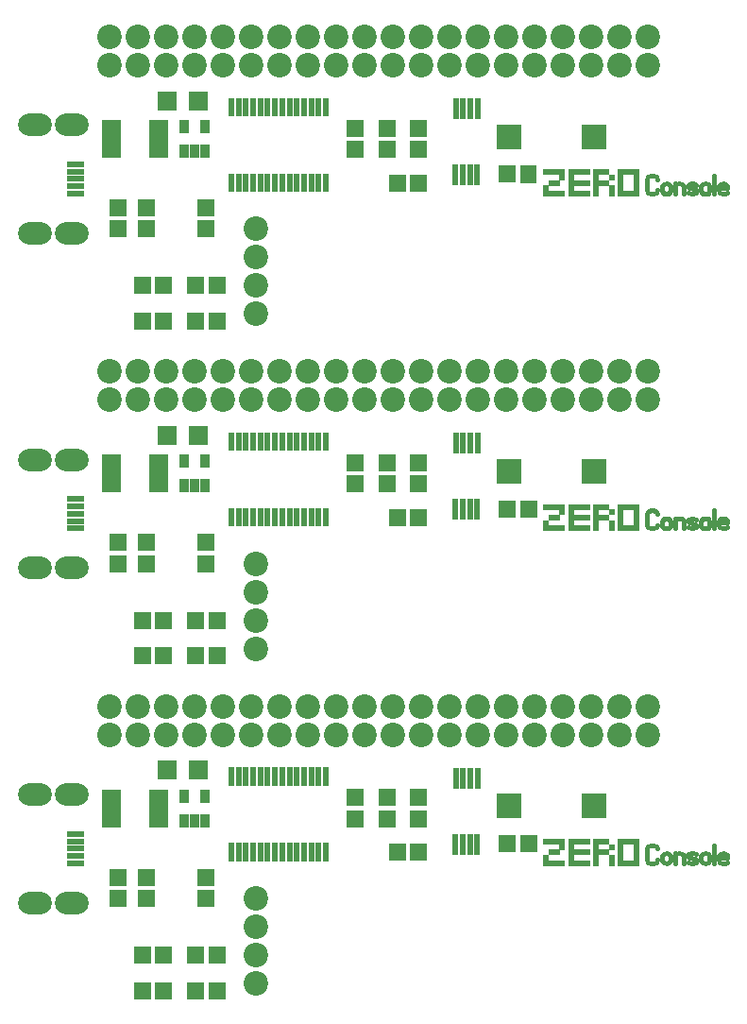
<source format=gbr>
%FSLAX34Y34*%
%MOMM*%
%LNSOLDERMASK_TOP*%
G71*
G01*
%ADD10C, 2.20*%
%ADD11R, 1.55X0.60*%
%ADD12C, 2.00*%
%ADD13R, 0.62X1.52*%
%ADD14R, 0.85X1.26*%
%ADD15R, 1.70X3.40*%
%ADD16R, 0.62X1.98*%
%ADD17R, 1.50X1.60*%
%ADD18R, 1.60X1.50*%
%ADD19R, 2.20X2.20*%
%ADD20C, 0.40*%
%ADD21R, 0.50X0.50*%
%ADD22R, 1.80X1.80*%
%LPD*%
X582612Y954484D02*
G54D10*
D03*
X582611Y929081D02*
G54D10*
D03*
X557212Y954484D02*
G54D10*
D03*
X557212Y929084D02*
G54D10*
D03*
X531812Y954484D02*
G54D10*
D03*
X531812Y929084D02*
G54D10*
D03*
X506411Y954481D02*
G54D10*
D03*
X506412Y929084D02*
G54D10*
D03*
X481012Y954484D02*
G54D10*
D03*
X481012Y929084D02*
G54D10*
D03*
X455611Y954481D02*
G54D10*
D03*
X455612Y929084D02*
G54D10*
D03*
X430212Y954484D02*
G54D10*
D03*
X430212Y929084D02*
G54D10*
D03*
X404812Y954484D02*
G54D10*
D03*
X404811Y929081D02*
G54D10*
D03*
X379412Y954484D02*
G54D10*
D03*
X379412Y929084D02*
G54D10*
D03*
X354012Y954484D02*
G54D10*
D03*
X354012Y929084D02*
G54D10*
D03*
X328611Y954481D02*
G54D10*
D03*
X328612Y929084D02*
G54D10*
D03*
X303212Y954484D02*
G54D10*
D03*
X303212Y929084D02*
G54D10*
D03*
X277812Y954484D02*
G54D10*
D03*
X277812Y929084D02*
G54D10*
D03*
X252411Y954481D02*
G54D10*
D03*
X252412Y929084D02*
G54D10*
D03*
X227012Y954484D02*
G54D10*
D03*
X227012Y929084D02*
G54D10*
D03*
X201612Y954484D02*
G54D10*
D03*
X201611Y929081D02*
G54D10*
D03*
X176212Y954484D02*
G54D10*
D03*
X176212Y929084D02*
G54D10*
D03*
X150811Y954481D02*
G54D10*
D03*
X125412Y954484D02*
G54D10*
D03*
X100012Y954484D02*
G54D10*
D03*
X150812Y929084D02*
G54D10*
D03*
X125412Y929084D02*
G54D10*
D03*
X100012Y929084D02*
G54D10*
D03*
X69660Y840141D02*
G54D11*
D03*
X69660Y833641D02*
G54D11*
D03*
X69660Y827141D02*
G54D11*
D03*
X69660Y820641D02*
G54D11*
D03*
X69660Y814141D02*
G54D11*
D03*
X38307Y875462D02*
G54D12*
D03*
X37910Y875462D02*
G54D12*
D03*
X37513Y875462D02*
G54D12*
D03*
X37116Y875462D02*
G54D12*
D03*
X36719Y875462D02*
G54D12*
D03*
X36322Y875462D02*
G54D12*
D03*
X35926Y875462D02*
G54D12*
D03*
X35529Y875462D02*
G54D12*
D03*
X35132Y875462D02*
G54D12*
D03*
X34735Y875462D02*
G54D12*
D03*
X34338Y875462D02*
G54D12*
D03*
X33941Y875462D02*
G54D12*
D03*
X33544Y875462D02*
G54D12*
D03*
X33147Y875462D02*
G54D12*
D03*
X32750Y875462D02*
G54D12*
D03*
X32354Y875462D02*
G54D12*
D03*
X32354Y875462D02*
G54D12*
D03*
X31957Y875462D02*
G54D12*
D03*
X31560Y875462D02*
G54D12*
D03*
X31163Y875462D02*
G54D12*
D03*
X30766Y875462D02*
G54D12*
D03*
X30369Y875462D02*
G54D12*
D03*
X29972Y875462D02*
G54D12*
D03*
X29576Y875462D02*
G54D12*
D03*
X29179Y875462D02*
G54D12*
D03*
X28782Y875462D02*
G54D12*
D03*
X28385Y875462D02*
G54D12*
D03*
X27988Y875462D02*
G54D12*
D03*
X27591Y875462D02*
G54D12*
D03*
X71247Y778625D02*
G54D12*
D03*
X70850Y778625D02*
G54D12*
D03*
X70454Y778625D02*
G54D12*
D03*
X70057Y778625D02*
G54D12*
D03*
X69660Y778625D02*
G54D12*
D03*
X69263Y778625D02*
G54D12*
D03*
X68866Y778625D02*
G54D12*
D03*
X68469Y778625D02*
G54D12*
D03*
X68072Y778625D02*
G54D12*
D03*
X67676Y778625D02*
G54D12*
D03*
X67279Y778625D02*
G54D12*
D03*
X66882Y778625D02*
G54D12*
D03*
X66485Y778625D02*
G54D12*
D03*
X66088Y778625D02*
G54D12*
D03*
X65691Y778625D02*
G54D12*
D03*
X65294Y778625D02*
G54D12*
D03*
X65294Y778625D02*
G54D12*
D03*
X64897Y778625D02*
G54D12*
D03*
X64500Y778625D02*
G54D12*
D03*
X64104Y778625D02*
G54D12*
D03*
X63707Y778625D02*
G54D12*
D03*
X63310Y778625D02*
G54D12*
D03*
X62913Y778625D02*
G54D12*
D03*
X62516Y778625D02*
G54D12*
D03*
X62119Y778625D02*
G54D12*
D03*
X61722Y778625D02*
G54D12*
D03*
X61326Y778625D02*
G54D12*
D03*
X60929Y778625D02*
G54D12*
D03*
X60532Y778625D02*
G54D12*
D03*
X71247Y875462D02*
G54D12*
D03*
X70850Y875462D02*
G54D12*
D03*
X70454Y875462D02*
G54D12*
D03*
X70057Y875462D02*
G54D12*
D03*
X69660Y875462D02*
G54D12*
D03*
X69263Y875462D02*
G54D12*
D03*
X68866Y875462D02*
G54D12*
D03*
X68469Y875462D02*
G54D12*
D03*
X68072Y875462D02*
G54D12*
D03*
X67676Y875462D02*
G54D12*
D03*
X67279Y875462D02*
G54D12*
D03*
X66882Y875462D02*
G54D12*
D03*
X66485Y875462D02*
G54D12*
D03*
X66088Y875462D02*
G54D12*
D03*
X65691Y875462D02*
G54D12*
D03*
X65294Y875462D02*
G54D12*
D03*
X65294Y875462D02*
G54D12*
D03*
X64897Y875462D02*
G54D12*
D03*
X64500Y875462D02*
G54D12*
D03*
X64104Y875462D02*
G54D12*
D03*
X63707Y875462D02*
G54D12*
D03*
X63310Y875462D02*
G54D12*
D03*
X62913Y875462D02*
G54D12*
D03*
X62516Y875462D02*
G54D12*
D03*
X62119Y875462D02*
G54D12*
D03*
X61722Y875462D02*
G54D12*
D03*
X61326Y875462D02*
G54D12*
D03*
X60929Y875462D02*
G54D12*
D03*
X60532Y875462D02*
G54D12*
D03*
X38307Y778625D02*
G54D12*
D03*
X37910Y778625D02*
G54D12*
D03*
X37513Y778625D02*
G54D12*
D03*
X37116Y778625D02*
G54D12*
D03*
X36719Y778625D02*
G54D12*
D03*
X36322Y778625D02*
G54D12*
D03*
X35926Y778625D02*
G54D12*
D03*
X35529Y778625D02*
G54D12*
D03*
X35132Y778625D02*
G54D12*
D03*
X34735Y778625D02*
G54D12*
D03*
X34338Y778625D02*
G54D12*
D03*
X33941Y778625D02*
G54D12*
D03*
X33544Y778625D02*
G54D12*
D03*
X33147Y778625D02*
G54D12*
D03*
X32750Y778625D02*
G54D12*
D03*
X32354Y778625D02*
G54D12*
D03*
X32354Y778625D02*
G54D12*
D03*
X31957Y778625D02*
G54D12*
D03*
X31560Y778625D02*
G54D12*
D03*
X31163Y778625D02*
G54D12*
D03*
X30766Y778625D02*
G54D12*
D03*
X30369Y778625D02*
G54D12*
D03*
X29972Y778625D02*
G54D12*
D03*
X29576Y778625D02*
G54D12*
D03*
X29179Y778625D02*
G54D12*
D03*
X28782Y778625D02*
G54D12*
D03*
X28385Y778625D02*
G54D12*
D03*
X27988Y778625D02*
G54D12*
D03*
X27591Y778625D02*
G54D12*
D03*
X293653Y823303D02*
G54D13*
D03*
X287153Y823303D02*
G54D13*
D03*
X280653Y823303D02*
G54D13*
D03*
X274153Y823303D02*
G54D13*
D03*
X267653Y823303D02*
G54D13*
D03*
X261153Y823303D02*
G54D13*
D03*
X254653Y823303D02*
G54D13*
D03*
X248153Y823303D02*
G54D13*
D03*
X241653Y823303D02*
G54D13*
D03*
X235153Y823303D02*
G54D13*
D03*
X228653Y823303D02*
G54D13*
D03*
X222153Y823303D02*
G54D13*
D03*
X215653Y823303D02*
G54D13*
D03*
X209153Y823303D02*
G54D13*
D03*
X293653Y892175D02*
G54D13*
D03*
X287153Y892175D02*
G54D13*
D03*
X280653Y892175D02*
G54D13*
D03*
X274153Y892175D02*
G54D13*
D03*
X267653Y892175D02*
G54D13*
D03*
X261153Y892175D02*
G54D13*
D03*
X254653Y892175D02*
G54D13*
D03*
X248153Y892175D02*
G54D13*
D03*
X241653Y892175D02*
G54D13*
D03*
X235153Y892175D02*
G54D13*
D03*
X228653Y892175D02*
G54D13*
D03*
X222153Y892175D02*
G54D13*
D03*
X215653Y892175D02*
G54D13*
D03*
X209153Y892175D02*
G54D13*
D03*
X293653Y891381D02*
G54D13*
D03*
X287153Y891381D02*
G54D13*
D03*
X280653Y891381D02*
G54D13*
D03*
X274153Y891381D02*
G54D13*
D03*
X267653Y891381D02*
G54D13*
D03*
X261153Y891381D02*
G54D13*
D03*
X254653Y891381D02*
G54D13*
D03*
X248153Y891381D02*
G54D13*
D03*
X241653Y891381D02*
G54D13*
D03*
X235153Y891381D02*
G54D13*
D03*
X228653Y891381D02*
G54D13*
D03*
X222153Y891381D02*
G54D13*
D03*
X215653Y891381D02*
G54D13*
D03*
X209153Y891381D02*
G54D13*
D03*
X293653Y824097D02*
G54D13*
D03*
X287153Y824097D02*
G54D13*
D03*
X280653Y824097D02*
G54D13*
D03*
X274153Y824097D02*
G54D13*
D03*
X267653Y824097D02*
G54D13*
D03*
X261153Y824097D02*
G54D13*
D03*
X254653Y824097D02*
G54D13*
D03*
X248153Y824097D02*
G54D13*
D03*
X241653Y824097D02*
G54D13*
D03*
X235153Y824097D02*
G54D13*
D03*
X228653Y824097D02*
G54D13*
D03*
X222153Y824097D02*
G54D13*
D03*
X215653Y824097D02*
G54D13*
D03*
X209153Y824097D02*
G54D13*
D03*
X293653Y824494D02*
G54D13*
D03*
X287153Y824494D02*
G54D13*
D03*
X280653Y824494D02*
G54D13*
D03*
X274153Y824494D02*
G54D13*
D03*
X267653Y824494D02*
G54D13*
D03*
X261153Y824494D02*
G54D13*
D03*
X254653Y824494D02*
G54D13*
D03*
X248153Y824494D02*
G54D13*
D03*
X241653Y824494D02*
G54D13*
D03*
X235153Y824494D02*
G54D13*
D03*
X228653Y824494D02*
G54D13*
D03*
X222153Y824494D02*
G54D13*
D03*
X215653Y824494D02*
G54D13*
D03*
X209153Y824494D02*
G54D13*
D03*
X293653Y890984D02*
G54D13*
D03*
X287153Y890984D02*
G54D13*
D03*
X280653Y890984D02*
G54D13*
D03*
X274153Y890984D02*
G54D13*
D03*
X267653Y890984D02*
G54D13*
D03*
X261153Y890984D02*
G54D13*
D03*
X254653Y890984D02*
G54D13*
D03*
X248153Y890984D02*
G54D13*
D03*
X241653Y890984D02*
G54D13*
D03*
X235153Y890984D02*
G54D13*
D03*
X228653Y890984D02*
G54D13*
D03*
X222153Y890984D02*
G54D13*
D03*
X215653Y890984D02*
G54D13*
D03*
X209153Y890984D02*
G54D13*
D03*
X166688Y874117D02*
G54D14*
D03*
X185738Y874117D02*
G54D14*
D03*
X166688Y852091D02*
G54D14*
D03*
X176212Y852091D02*
G54D14*
D03*
X185738Y852091D02*
G54D14*
D03*
X143669Y863203D02*
G54D15*
D03*
X101600Y863203D02*
G54D15*
D03*
X410369Y890191D02*
G54D16*
D03*
X416869Y890191D02*
G54D16*
D03*
X409972Y830844D02*
G54D16*
D03*
X416472Y830844D02*
G54D16*
D03*
X422972Y830844D02*
G54D16*
D03*
X429472Y830844D02*
G54D16*
D03*
X423369Y890191D02*
G54D16*
D03*
X429869Y890191D02*
G54D16*
D03*
X196056Y731441D02*
G54D17*
D03*
X177056Y731441D02*
G54D17*
D03*
X196056Y699691D02*
G54D17*
D03*
X177056Y699691D02*
G54D17*
D03*
X148431Y699691D02*
G54D17*
D03*
X129431Y699691D02*
G54D17*
D03*
X148431Y731441D02*
G54D17*
D03*
X129431Y731441D02*
G54D17*
D03*
X319856Y872703D02*
G54D18*
D03*
X319856Y853703D02*
G54D18*
D03*
X348431Y872703D02*
G54D18*
D03*
X348431Y853703D02*
G54D18*
D03*
X377006Y872703D02*
G54D18*
D03*
X377006Y853703D02*
G54D18*
D03*
X456407Y831454D02*
G54D17*
D03*
G36*
X467907Y839454D02*
X482907Y839454D01*
X482907Y823454D01*
X467907Y823454D01*
X467907Y839454D01*
G37*
X230981Y782241D02*
G54D10*
D03*
X230981Y756841D02*
G54D10*
D03*
X230981Y731441D02*
G54D10*
D03*
X230981Y706041D02*
G54D10*
D03*
X534591Y865188D02*
G54D19*
D03*
X458391Y865188D02*
G54D19*
D03*
X186556Y782266D02*
G54D18*
D03*
X186556Y801266D02*
G54D18*
D03*
X132581Y782266D02*
G54D18*
D03*
X132581Y801266D02*
G54D18*
D03*
X107181Y782266D02*
G54D18*
D03*
X107181Y801266D02*
G54D18*
D03*
G54D20*
X591022Y816991D02*
X589822Y814991D01*
X587422Y813991D01*
X585022Y813991D01*
X582622Y814991D01*
X581422Y816991D01*
X581422Y826991D01*
X582622Y828991D01*
X585022Y829991D01*
X587422Y829991D01*
X589822Y828991D01*
X591022Y826991D01*
G54D20*
X602622Y816391D02*
X602622Y820391D01*
X601422Y822391D01*
X599022Y822991D01*
X596622Y822391D01*
X595422Y820391D01*
X595422Y816391D01*
X596622Y814391D01*
X599022Y813991D01*
X601422Y814391D01*
X602622Y816391D01*
G54D20*
X607022Y813991D02*
X607022Y822991D01*
G54D20*
X607022Y820991D02*
X608222Y822391D01*
X610622Y822991D01*
X613022Y822391D01*
X614222Y820991D01*
X614222Y813991D01*
G54D20*
X618622Y814991D02*
X621022Y813991D01*
X623422Y813991D01*
X625822Y814991D01*
X625822Y816991D01*
X624622Y817991D01*
X619822Y818991D01*
X618622Y819991D01*
X618622Y821991D01*
X621022Y822991D01*
X623422Y822991D01*
X625822Y821991D01*
G54D20*
X637422Y816391D02*
X637422Y820391D01*
X636222Y822391D01*
X633822Y822991D01*
X631422Y822391D01*
X630222Y820391D01*
X630222Y816391D01*
X631422Y814391D01*
X633822Y813991D01*
X636222Y814391D01*
X637422Y816391D01*
G54D20*
X641822Y813991D02*
X641822Y829991D01*
G54D20*
X653422Y814991D02*
X651502Y813991D01*
X649102Y813991D01*
X646702Y814991D01*
X646222Y816991D01*
X646222Y820391D01*
X647422Y822391D01*
X649822Y822991D01*
X652222Y822391D01*
X653422Y820991D01*
X653422Y818991D01*
X646222Y818991D01*
X491331Y833041D02*
G54D21*
D03*
X500856Y833041D02*
G54D21*
D03*
X505619Y833041D02*
G54D21*
D03*
X505619Y828278D02*
G54D21*
D03*
X500856Y823516D02*
G54D21*
D03*
X491331Y818753D02*
G54D21*
D03*
X491331Y813991D02*
G54D21*
D03*
X500856Y813991D02*
G54D21*
D03*
X505619Y813991D02*
G54D21*
D03*
X513556Y813991D02*
G54D21*
D03*
X513556Y818753D02*
G54D21*
D03*
X513556Y823516D02*
G54D21*
D03*
X513556Y828278D02*
G54D21*
D03*
X513556Y833041D02*
G54D21*
D03*
X518319Y833041D02*
G54D21*
D03*
X523081Y833041D02*
G54D21*
D03*
X518319Y823516D02*
G54D21*
D03*
X523081Y823516D02*
G54D21*
D03*
X518319Y813991D02*
G54D21*
D03*
X523081Y813991D02*
G54D21*
D03*
X535781Y833041D02*
G54D21*
D03*
X535781Y828278D02*
G54D21*
D03*
X535781Y823516D02*
G54D21*
D03*
X535781Y818753D02*
G54D21*
D03*
X535781Y813991D02*
G54D21*
D03*
X540544Y833041D02*
G54D21*
D03*
X540544Y823516D02*
G54D21*
D03*
X550069Y828278D02*
G54D21*
D03*
X550069Y818753D02*
G54D21*
D03*
X550069Y813991D02*
G54D21*
D03*
X558006Y828278D02*
G54D21*
D03*
X558006Y823516D02*
G54D21*
D03*
X558006Y818753D02*
G54D21*
D03*
X562769Y813991D02*
G54D21*
D03*
X567531Y813991D02*
G54D21*
D03*
X572294Y818753D02*
G54D21*
D03*
X572294Y823516D02*
G54D21*
D03*
X572294Y828278D02*
G54D21*
D03*
X562769Y833041D02*
G54D21*
D03*
X567531Y833041D02*
G54D21*
D03*
X151606Y897334D02*
G54D22*
D03*
X179606Y897334D02*
G54D22*
D03*
X558006Y833041D02*
G54D21*
D03*
X572294Y833041D02*
G54D21*
D03*
X572294Y813991D02*
G54D21*
D03*
X558006Y813991D02*
G54D21*
D03*
X496094Y833041D02*
G54D21*
D03*
X496094Y823516D02*
G54D21*
D03*
X496094Y813991D02*
G54D21*
D03*
X527844Y833041D02*
G54D21*
D03*
X527844Y823516D02*
G54D21*
D03*
X527844Y813991D02*
G54D21*
D03*
X545306Y833041D02*
G54D21*
D03*
X545306Y823516D02*
G54D21*
D03*
X357981Y823516D02*
G54D17*
D03*
X376981Y823516D02*
G54D17*
D03*
X582612Y654447D02*
G54D10*
D03*
X582611Y629043D02*
G54D10*
D03*
X557212Y654447D02*
G54D10*
D03*
X557212Y629047D02*
G54D10*
D03*
X531812Y654447D02*
G54D10*
D03*
X531812Y629047D02*
G54D10*
D03*
X506411Y654443D02*
G54D10*
D03*
X506412Y629047D02*
G54D10*
D03*
X481012Y654447D02*
G54D10*
D03*
X481012Y629047D02*
G54D10*
D03*
X455611Y654443D02*
G54D10*
D03*
X455612Y629047D02*
G54D10*
D03*
X430212Y654447D02*
G54D10*
D03*
X430212Y629047D02*
G54D10*
D03*
X404812Y654447D02*
G54D10*
D03*
X404811Y629043D02*
G54D10*
D03*
X379412Y654447D02*
G54D10*
D03*
X379412Y629047D02*
G54D10*
D03*
X354012Y654447D02*
G54D10*
D03*
X354012Y629047D02*
G54D10*
D03*
X328611Y654443D02*
G54D10*
D03*
X328612Y629047D02*
G54D10*
D03*
X303212Y654447D02*
G54D10*
D03*
X303212Y629047D02*
G54D10*
D03*
X277812Y654447D02*
G54D10*
D03*
X277812Y629047D02*
G54D10*
D03*
X252411Y654443D02*
G54D10*
D03*
X252412Y629047D02*
G54D10*
D03*
X227012Y654447D02*
G54D10*
D03*
X227012Y629047D02*
G54D10*
D03*
X201612Y654447D02*
G54D10*
D03*
X201611Y629043D02*
G54D10*
D03*
X176212Y654447D02*
G54D10*
D03*
X176212Y629047D02*
G54D10*
D03*
X150811Y654443D02*
G54D10*
D03*
X125412Y654447D02*
G54D10*
D03*
X100012Y654447D02*
G54D10*
D03*
X150812Y629047D02*
G54D10*
D03*
X125412Y629047D02*
G54D10*
D03*
X100012Y629047D02*
G54D10*
D03*
X69660Y540103D02*
G54D11*
D03*
X69660Y533603D02*
G54D11*
D03*
X69660Y527103D02*
G54D11*
D03*
X69660Y520603D02*
G54D11*
D03*
X69660Y514103D02*
G54D11*
D03*
X38307Y575425D02*
G54D12*
D03*
X37910Y575425D02*
G54D12*
D03*
X37513Y575425D02*
G54D12*
D03*
X37116Y575425D02*
G54D12*
D03*
X36719Y575425D02*
G54D12*
D03*
X36322Y575425D02*
G54D12*
D03*
X35926Y575425D02*
G54D12*
D03*
X35529Y575425D02*
G54D12*
D03*
X35132Y575425D02*
G54D12*
D03*
X34735Y575425D02*
G54D12*
D03*
X34338Y575425D02*
G54D12*
D03*
X33941Y575425D02*
G54D12*
D03*
X33544Y575425D02*
G54D12*
D03*
X33147Y575425D02*
G54D12*
D03*
X32750Y575425D02*
G54D12*
D03*
X32354Y575425D02*
G54D12*
D03*
X32354Y575425D02*
G54D12*
D03*
X31957Y575425D02*
G54D12*
D03*
X31560Y575425D02*
G54D12*
D03*
X31163Y575425D02*
G54D12*
D03*
X30766Y575425D02*
G54D12*
D03*
X30369Y575425D02*
G54D12*
D03*
X29972Y575425D02*
G54D12*
D03*
X29576Y575425D02*
G54D12*
D03*
X29179Y575425D02*
G54D12*
D03*
X28782Y575425D02*
G54D12*
D03*
X28385Y575425D02*
G54D12*
D03*
X27988Y575425D02*
G54D12*
D03*
X27591Y575425D02*
G54D12*
D03*
X71247Y478588D02*
G54D12*
D03*
X70850Y478588D02*
G54D12*
D03*
X70454Y478588D02*
G54D12*
D03*
X70057Y478588D02*
G54D12*
D03*
X69660Y478588D02*
G54D12*
D03*
X69263Y478588D02*
G54D12*
D03*
X68866Y478588D02*
G54D12*
D03*
X68469Y478588D02*
G54D12*
D03*
X68072Y478588D02*
G54D12*
D03*
X67676Y478588D02*
G54D12*
D03*
X67279Y478588D02*
G54D12*
D03*
X66882Y478588D02*
G54D12*
D03*
X66485Y478588D02*
G54D12*
D03*
X66088Y478588D02*
G54D12*
D03*
X65691Y478588D02*
G54D12*
D03*
X65294Y478588D02*
G54D12*
D03*
X65294Y478588D02*
G54D12*
D03*
X64897Y478588D02*
G54D12*
D03*
X64500Y478588D02*
G54D12*
D03*
X64104Y478588D02*
G54D12*
D03*
X63707Y478588D02*
G54D12*
D03*
X63310Y478588D02*
G54D12*
D03*
X62913Y478588D02*
G54D12*
D03*
X62516Y478588D02*
G54D12*
D03*
X62119Y478588D02*
G54D12*
D03*
X61722Y478588D02*
G54D12*
D03*
X61326Y478588D02*
G54D12*
D03*
X60929Y478588D02*
G54D12*
D03*
X60532Y478588D02*
G54D12*
D03*
X71247Y575425D02*
G54D12*
D03*
X70850Y575425D02*
G54D12*
D03*
X70454Y575425D02*
G54D12*
D03*
X70057Y575425D02*
G54D12*
D03*
X69660Y575425D02*
G54D12*
D03*
X69263Y575425D02*
G54D12*
D03*
X68866Y575425D02*
G54D12*
D03*
X68469Y575425D02*
G54D12*
D03*
X68072Y575425D02*
G54D12*
D03*
X67676Y575425D02*
G54D12*
D03*
X67279Y575425D02*
G54D12*
D03*
X66882Y575425D02*
G54D12*
D03*
X66485Y575425D02*
G54D12*
D03*
X66088Y575425D02*
G54D12*
D03*
X65691Y575425D02*
G54D12*
D03*
X65294Y575425D02*
G54D12*
D03*
X65294Y575425D02*
G54D12*
D03*
X64897Y575425D02*
G54D12*
D03*
X64500Y575425D02*
G54D12*
D03*
X64104Y575425D02*
G54D12*
D03*
X63707Y575425D02*
G54D12*
D03*
X63310Y575425D02*
G54D12*
D03*
X62913Y575425D02*
G54D12*
D03*
X62516Y575425D02*
G54D12*
D03*
X62119Y575425D02*
G54D12*
D03*
X61722Y575425D02*
G54D12*
D03*
X61326Y575425D02*
G54D12*
D03*
X60929Y575425D02*
G54D12*
D03*
X60532Y575425D02*
G54D12*
D03*
X38307Y478588D02*
G54D12*
D03*
X37910Y478588D02*
G54D12*
D03*
X37513Y478588D02*
G54D12*
D03*
X37116Y478588D02*
G54D12*
D03*
X36719Y478588D02*
G54D12*
D03*
X36322Y478588D02*
G54D12*
D03*
X35926Y478588D02*
G54D12*
D03*
X35529Y478588D02*
G54D12*
D03*
X35132Y478588D02*
G54D12*
D03*
X34735Y478588D02*
G54D12*
D03*
X34338Y478588D02*
G54D12*
D03*
X33941Y478588D02*
G54D12*
D03*
X33544Y478588D02*
G54D12*
D03*
X33147Y478588D02*
G54D12*
D03*
X32750Y478588D02*
G54D12*
D03*
X32354Y478588D02*
G54D12*
D03*
X32354Y478588D02*
G54D12*
D03*
X31957Y478588D02*
G54D12*
D03*
X31560Y478588D02*
G54D12*
D03*
X31163Y478588D02*
G54D12*
D03*
X30766Y478588D02*
G54D12*
D03*
X30369Y478588D02*
G54D12*
D03*
X29972Y478588D02*
G54D12*
D03*
X29576Y478588D02*
G54D12*
D03*
X29179Y478588D02*
G54D12*
D03*
X28782Y478588D02*
G54D12*
D03*
X28385Y478588D02*
G54D12*
D03*
X27988Y478588D02*
G54D12*
D03*
X27591Y478588D02*
G54D12*
D03*
X293653Y523266D02*
G54D13*
D03*
X287153Y523266D02*
G54D13*
D03*
X280653Y523266D02*
G54D13*
D03*
X274153Y523266D02*
G54D13*
D03*
X267653Y523266D02*
G54D13*
D03*
X261153Y523266D02*
G54D13*
D03*
X254653Y523266D02*
G54D13*
D03*
X248153Y523266D02*
G54D13*
D03*
X241653Y523266D02*
G54D13*
D03*
X235153Y523266D02*
G54D13*
D03*
X228653Y523266D02*
G54D13*
D03*
X222153Y523266D02*
G54D13*
D03*
X215653Y523266D02*
G54D13*
D03*
X209153Y523266D02*
G54D13*
D03*
X293653Y592137D02*
G54D13*
D03*
X287153Y592137D02*
G54D13*
D03*
X280653Y592137D02*
G54D13*
D03*
X274153Y592137D02*
G54D13*
D03*
X267653Y592137D02*
G54D13*
D03*
X261153Y592137D02*
G54D13*
D03*
X254653Y592137D02*
G54D13*
D03*
X248153Y592137D02*
G54D13*
D03*
X241653Y592137D02*
G54D13*
D03*
X235153Y592137D02*
G54D13*
D03*
X228653Y592137D02*
G54D13*
D03*
X222153Y592137D02*
G54D13*
D03*
X215653Y592137D02*
G54D13*
D03*
X209153Y592137D02*
G54D13*
D03*
X293653Y591344D02*
G54D13*
D03*
X287153Y591344D02*
G54D13*
D03*
X280653Y591344D02*
G54D13*
D03*
X274153Y591344D02*
G54D13*
D03*
X267653Y591344D02*
G54D13*
D03*
X261153Y591344D02*
G54D13*
D03*
X254653Y591344D02*
G54D13*
D03*
X248153Y591344D02*
G54D13*
D03*
X241653Y591344D02*
G54D13*
D03*
X235153Y591344D02*
G54D13*
D03*
X228653Y591344D02*
G54D13*
D03*
X222153Y591344D02*
G54D13*
D03*
X215653Y591344D02*
G54D13*
D03*
X209153Y591344D02*
G54D13*
D03*
X293653Y524059D02*
G54D13*
D03*
X287153Y524059D02*
G54D13*
D03*
X280653Y524059D02*
G54D13*
D03*
X274153Y524059D02*
G54D13*
D03*
X267653Y524059D02*
G54D13*
D03*
X261153Y524059D02*
G54D13*
D03*
X254653Y524059D02*
G54D13*
D03*
X248153Y524059D02*
G54D13*
D03*
X241653Y524059D02*
G54D13*
D03*
X235153Y524059D02*
G54D13*
D03*
X228653Y524059D02*
G54D13*
D03*
X222153Y524059D02*
G54D13*
D03*
X215653Y524059D02*
G54D13*
D03*
X209153Y524059D02*
G54D13*
D03*
X293653Y524456D02*
G54D13*
D03*
X287153Y524456D02*
G54D13*
D03*
X280653Y524456D02*
G54D13*
D03*
X274153Y524456D02*
G54D13*
D03*
X267653Y524456D02*
G54D13*
D03*
X261153Y524456D02*
G54D13*
D03*
X254653Y524456D02*
G54D13*
D03*
X248153Y524456D02*
G54D13*
D03*
X241653Y524456D02*
G54D13*
D03*
X235153Y524456D02*
G54D13*
D03*
X228653Y524456D02*
G54D13*
D03*
X222153Y524456D02*
G54D13*
D03*
X215653Y524456D02*
G54D13*
D03*
X209153Y524456D02*
G54D13*
D03*
X293653Y590947D02*
G54D13*
D03*
X287153Y590947D02*
G54D13*
D03*
X280653Y590947D02*
G54D13*
D03*
X274153Y590947D02*
G54D13*
D03*
X267653Y590947D02*
G54D13*
D03*
X261153Y590947D02*
G54D13*
D03*
X254653Y590947D02*
G54D13*
D03*
X248153Y590947D02*
G54D13*
D03*
X241653Y590947D02*
G54D13*
D03*
X235153Y590947D02*
G54D13*
D03*
X228653Y590947D02*
G54D13*
D03*
X222153Y590947D02*
G54D13*
D03*
X215653Y590947D02*
G54D13*
D03*
X209153Y590947D02*
G54D13*
D03*
X166688Y574080D02*
G54D14*
D03*
X185738Y574080D02*
G54D14*
D03*
X166688Y552053D02*
G54D14*
D03*
X176212Y552053D02*
G54D14*
D03*
X185738Y552053D02*
G54D14*
D03*
X143669Y563166D02*
G54D15*
D03*
X101600Y563166D02*
G54D15*
D03*
X410369Y590153D02*
G54D16*
D03*
X416869Y590153D02*
G54D16*
D03*
X409972Y530806D02*
G54D16*
D03*
X416472Y530806D02*
G54D16*
D03*
X422972Y530806D02*
G54D16*
D03*
X429472Y530806D02*
G54D16*
D03*
X423369Y590153D02*
G54D16*
D03*
X429869Y590153D02*
G54D16*
D03*
X196056Y431403D02*
G54D17*
D03*
X177056Y431403D02*
G54D17*
D03*
X196056Y399653D02*
G54D17*
D03*
X177056Y399653D02*
G54D17*
D03*
X148431Y399653D02*
G54D17*
D03*
X129431Y399653D02*
G54D17*
D03*
X148431Y431403D02*
G54D17*
D03*
X129431Y431403D02*
G54D17*
D03*
X319856Y572666D02*
G54D18*
D03*
X319856Y553666D02*
G54D18*
D03*
X348431Y572666D02*
G54D18*
D03*
X348431Y553666D02*
G54D18*
D03*
X377006Y572666D02*
G54D18*
D03*
X377006Y553666D02*
G54D18*
D03*
X456407Y531416D02*
G54D17*
D03*
X475407Y531416D02*
G54D17*
D03*
X230981Y482203D02*
G54D10*
D03*
X230981Y456803D02*
G54D10*
D03*
X230981Y431403D02*
G54D10*
D03*
X230981Y406003D02*
G54D10*
D03*
X534591Y565150D02*
G54D19*
D03*
X458391Y565150D02*
G54D19*
D03*
X186556Y482228D02*
G54D18*
D03*
X186556Y501228D02*
G54D18*
D03*
X132581Y482228D02*
G54D18*
D03*
X132581Y501228D02*
G54D18*
D03*
X107181Y482228D02*
G54D18*
D03*
X107181Y501228D02*
G54D18*
D03*
G54D20*
X591022Y516953D02*
X589822Y514953D01*
X587422Y513953D01*
X585022Y513953D01*
X582622Y514953D01*
X581422Y516953D01*
X581422Y526953D01*
X582622Y528953D01*
X585022Y529953D01*
X587422Y529953D01*
X589822Y528953D01*
X591022Y526953D01*
G54D20*
X602622Y516353D02*
X602622Y520353D01*
X601422Y522353D01*
X599022Y522953D01*
X596622Y522353D01*
X595422Y520353D01*
X595422Y516353D01*
X596622Y514353D01*
X599022Y513953D01*
X601422Y514353D01*
X602622Y516353D01*
G54D20*
X607022Y513953D02*
X607022Y522953D01*
G54D20*
X607022Y520953D02*
X608222Y522353D01*
X610622Y522953D01*
X613022Y522353D01*
X614222Y520953D01*
X614222Y513953D01*
G54D20*
X618622Y514953D02*
X621022Y513953D01*
X623422Y513953D01*
X625822Y514953D01*
X625822Y516953D01*
X624622Y517953D01*
X619822Y518953D01*
X618622Y519953D01*
X618622Y521953D01*
X621022Y522953D01*
X623422Y522953D01*
X625822Y521953D01*
G54D20*
X637422Y516353D02*
X637422Y520353D01*
X636222Y522353D01*
X633822Y522953D01*
X631422Y522353D01*
X630222Y520353D01*
X630222Y516353D01*
X631422Y514353D01*
X633822Y513953D01*
X636222Y514353D01*
X637422Y516353D01*
G54D20*
X641822Y513953D02*
X641822Y529953D01*
G54D20*
X653422Y514953D02*
X651502Y513953D01*
X649102Y513953D01*
X646702Y514953D01*
X646222Y516953D01*
X646222Y520353D01*
X647422Y522353D01*
X649822Y522953D01*
X652222Y522353D01*
X653422Y520953D01*
X653422Y518953D01*
X646222Y518953D01*
X491331Y533003D02*
G54D21*
D03*
X500856Y533003D02*
G54D21*
D03*
X505619Y533003D02*
G54D21*
D03*
X505619Y528241D02*
G54D21*
D03*
X500856Y523478D02*
G54D21*
D03*
X491331Y518716D02*
G54D21*
D03*
X491331Y513953D02*
G54D21*
D03*
X500856Y513953D02*
G54D21*
D03*
X505619Y513953D02*
G54D21*
D03*
X513556Y513953D02*
G54D21*
D03*
X513556Y518716D02*
G54D21*
D03*
X513556Y523478D02*
G54D21*
D03*
X513556Y528241D02*
G54D21*
D03*
X513556Y533003D02*
G54D21*
D03*
X518319Y533003D02*
G54D21*
D03*
X523081Y533003D02*
G54D21*
D03*
X518319Y523478D02*
G54D21*
D03*
X523081Y523478D02*
G54D21*
D03*
X518319Y513953D02*
G54D21*
D03*
X523081Y513953D02*
G54D21*
D03*
X535781Y533003D02*
G54D21*
D03*
X535781Y528241D02*
G54D21*
D03*
X535781Y523478D02*
G54D21*
D03*
X535781Y518716D02*
G54D21*
D03*
X535781Y513953D02*
G54D21*
D03*
X540544Y533003D02*
G54D21*
D03*
X540544Y523478D02*
G54D21*
D03*
X550069Y528241D02*
G54D21*
D03*
X550069Y518716D02*
G54D21*
D03*
X550069Y513953D02*
G54D21*
D03*
X558006Y528241D02*
G54D21*
D03*
X558006Y523478D02*
G54D21*
D03*
X558006Y518716D02*
G54D21*
D03*
X562769Y513953D02*
G54D21*
D03*
X567531Y513953D02*
G54D21*
D03*
X572294Y518716D02*
G54D21*
D03*
X572294Y523478D02*
G54D21*
D03*
X572294Y528241D02*
G54D21*
D03*
X562769Y533003D02*
G54D21*
D03*
X567531Y533003D02*
G54D21*
D03*
X151606Y597297D02*
G54D22*
D03*
X179606Y597297D02*
G54D22*
D03*
X558006Y533003D02*
G54D21*
D03*
X572294Y533003D02*
G54D21*
D03*
X572294Y513953D02*
G54D21*
D03*
X558006Y513953D02*
G54D21*
D03*
X496094Y533003D02*
G54D21*
D03*
X496094Y523478D02*
G54D21*
D03*
X496094Y513953D02*
G54D21*
D03*
X527844Y533003D02*
G54D21*
D03*
X527844Y523478D02*
G54D21*
D03*
X527844Y513953D02*
G54D21*
D03*
X545306Y533003D02*
G54D21*
D03*
X545306Y523478D02*
G54D21*
D03*
X357981Y523478D02*
G54D17*
D03*
X376981Y523478D02*
G54D17*
D03*
X582612Y354409D02*
G54D10*
D03*
X582611Y329006D02*
G54D10*
D03*
X557212Y354409D02*
G54D10*
D03*
X557212Y329009D02*
G54D10*
D03*
X531812Y354409D02*
G54D10*
D03*
X531812Y329009D02*
G54D10*
D03*
X506411Y354406D02*
G54D10*
D03*
X506412Y329009D02*
G54D10*
D03*
X481012Y354409D02*
G54D10*
D03*
X481012Y329009D02*
G54D10*
D03*
X455611Y354406D02*
G54D10*
D03*
X455612Y329009D02*
G54D10*
D03*
X430212Y354409D02*
G54D10*
D03*
X430212Y329009D02*
G54D10*
D03*
X404812Y354409D02*
G54D10*
D03*
X404811Y329006D02*
G54D10*
D03*
X379412Y354409D02*
G54D10*
D03*
X379412Y329009D02*
G54D10*
D03*
X354012Y354409D02*
G54D10*
D03*
X354012Y329009D02*
G54D10*
D03*
X328611Y354406D02*
G54D10*
D03*
X328612Y329009D02*
G54D10*
D03*
X303212Y354409D02*
G54D10*
D03*
X303212Y329009D02*
G54D10*
D03*
X277812Y354409D02*
G54D10*
D03*
X277812Y329009D02*
G54D10*
D03*
X252411Y354406D02*
G54D10*
D03*
X252412Y329009D02*
G54D10*
D03*
X227012Y354409D02*
G54D10*
D03*
X227012Y329009D02*
G54D10*
D03*
X201612Y354409D02*
G54D10*
D03*
X201611Y329006D02*
G54D10*
D03*
X176212Y354409D02*
G54D10*
D03*
X176212Y329009D02*
G54D10*
D03*
X150811Y354406D02*
G54D10*
D03*
X125412Y354409D02*
G54D10*
D03*
X100012Y354409D02*
G54D10*
D03*
X150812Y329009D02*
G54D10*
D03*
X125412Y329009D02*
G54D10*
D03*
X100012Y329009D02*
G54D10*
D03*
X69660Y240066D02*
G54D11*
D03*
X69660Y233566D02*
G54D11*
D03*
X69660Y227066D02*
G54D11*
D03*
X69660Y220566D02*
G54D11*
D03*
X69660Y214066D02*
G54D11*
D03*
X38307Y275388D02*
G54D12*
D03*
X37910Y275388D02*
G54D12*
D03*
X37513Y275388D02*
G54D12*
D03*
X37116Y275388D02*
G54D12*
D03*
X36719Y275388D02*
G54D12*
D03*
X36322Y275388D02*
G54D12*
D03*
X35926Y275388D02*
G54D12*
D03*
X35529Y275388D02*
G54D12*
D03*
X35132Y275388D02*
G54D12*
D03*
X34735Y275388D02*
G54D12*
D03*
X34338Y275388D02*
G54D12*
D03*
X33941Y275388D02*
G54D12*
D03*
X33544Y275388D02*
G54D12*
D03*
X33147Y275388D02*
G54D12*
D03*
X32750Y275388D02*
G54D12*
D03*
X32354Y275388D02*
G54D12*
D03*
X32354Y275388D02*
G54D12*
D03*
X31957Y275388D02*
G54D12*
D03*
X31560Y275388D02*
G54D12*
D03*
X31163Y275388D02*
G54D12*
D03*
X30766Y275388D02*
G54D12*
D03*
X30369Y275388D02*
G54D12*
D03*
X29972Y275388D02*
G54D12*
D03*
X29576Y275388D02*
G54D12*
D03*
X29179Y275388D02*
G54D12*
D03*
X28782Y275388D02*
G54D12*
D03*
X28385Y275388D02*
G54D12*
D03*
X27988Y275388D02*
G54D12*
D03*
X27591Y275388D02*
G54D12*
D03*
X71247Y178550D02*
G54D12*
D03*
X70850Y178550D02*
G54D12*
D03*
X70454Y178550D02*
G54D12*
D03*
X70057Y178550D02*
G54D12*
D03*
X69660Y178550D02*
G54D12*
D03*
X69263Y178550D02*
G54D12*
D03*
X68866Y178550D02*
G54D12*
D03*
X68469Y178550D02*
G54D12*
D03*
X68072Y178550D02*
G54D12*
D03*
X67676Y178550D02*
G54D12*
D03*
X67279Y178550D02*
G54D12*
D03*
X66882Y178550D02*
G54D12*
D03*
X66485Y178550D02*
G54D12*
D03*
X66088Y178550D02*
G54D12*
D03*
X65691Y178550D02*
G54D12*
D03*
X65294Y178550D02*
G54D12*
D03*
X65294Y178550D02*
G54D12*
D03*
X64897Y178550D02*
G54D12*
D03*
X64500Y178550D02*
G54D12*
D03*
X64104Y178550D02*
G54D12*
D03*
X63707Y178550D02*
G54D12*
D03*
X63310Y178550D02*
G54D12*
D03*
X62913Y178550D02*
G54D12*
D03*
X62516Y178550D02*
G54D12*
D03*
X62119Y178550D02*
G54D12*
D03*
X61722Y178550D02*
G54D12*
D03*
X61326Y178550D02*
G54D12*
D03*
X60929Y178550D02*
G54D12*
D03*
X60532Y178550D02*
G54D12*
D03*
X71247Y275388D02*
G54D12*
D03*
X70850Y275388D02*
G54D12*
D03*
X70454Y275388D02*
G54D12*
D03*
X70057Y275388D02*
G54D12*
D03*
X69660Y275388D02*
G54D12*
D03*
X69263Y275388D02*
G54D12*
D03*
X68866Y275388D02*
G54D12*
D03*
X68469Y275388D02*
G54D12*
D03*
X68072Y275388D02*
G54D12*
D03*
X67676Y275388D02*
G54D12*
D03*
X67279Y275388D02*
G54D12*
D03*
X66882Y275388D02*
G54D12*
D03*
X66485Y275388D02*
G54D12*
D03*
X66088Y275388D02*
G54D12*
D03*
X65691Y275388D02*
G54D12*
D03*
X65294Y275388D02*
G54D12*
D03*
X65294Y275388D02*
G54D12*
D03*
X64897Y275388D02*
G54D12*
D03*
X64500Y275388D02*
G54D12*
D03*
X64104Y275388D02*
G54D12*
D03*
X63707Y275388D02*
G54D12*
D03*
X63310Y275388D02*
G54D12*
D03*
X62913Y275388D02*
G54D12*
D03*
X62516Y275388D02*
G54D12*
D03*
X62119Y275388D02*
G54D12*
D03*
X61722Y275388D02*
G54D12*
D03*
X61326Y275388D02*
G54D12*
D03*
X60929Y275388D02*
G54D12*
D03*
X60532Y275388D02*
G54D12*
D03*
X38307Y178550D02*
G54D12*
D03*
X37910Y178550D02*
G54D12*
D03*
X37513Y178550D02*
G54D12*
D03*
X37116Y178550D02*
G54D12*
D03*
X36719Y178550D02*
G54D12*
D03*
X36322Y178550D02*
G54D12*
D03*
X35926Y178550D02*
G54D12*
D03*
X35529Y178550D02*
G54D12*
D03*
X35132Y178550D02*
G54D12*
D03*
X34735Y178550D02*
G54D12*
D03*
X34338Y178550D02*
G54D12*
D03*
X33941Y178550D02*
G54D12*
D03*
X33544Y178550D02*
G54D12*
D03*
X33147Y178550D02*
G54D12*
D03*
X32750Y178550D02*
G54D12*
D03*
X32354Y178550D02*
G54D12*
D03*
X32354Y178550D02*
G54D12*
D03*
X31957Y178550D02*
G54D12*
D03*
X31560Y178550D02*
G54D12*
D03*
X31163Y178550D02*
G54D12*
D03*
X30766Y178550D02*
G54D12*
D03*
X30369Y178550D02*
G54D12*
D03*
X29972Y178550D02*
G54D12*
D03*
X29576Y178550D02*
G54D12*
D03*
X29179Y178550D02*
G54D12*
D03*
X28782Y178550D02*
G54D12*
D03*
X28385Y178550D02*
G54D12*
D03*
X27988Y178550D02*
G54D12*
D03*
X27591Y178550D02*
G54D12*
D03*
X293653Y223228D02*
G54D13*
D03*
X287153Y223228D02*
G54D13*
D03*
X280653Y223228D02*
G54D13*
D03*
X274153Y223228D02*
G54D13*
D03*
X267653Y223228D02*
G54D13*
D03*
X261153Y223228D02*
G54D13*
D03*
X254653Y223228D02*
G54D13*
D03*
X248153Y223228D02*
G54D13*
D03*
X241653Y223228D02*
G54D13*
D03*
X235153Y223228D02*
G54D13*
D03*
X228653Y223228D02*
G54D13*
D03*
X222153Y223228D02*
G54D13*
D03*
X215653Y223228D02*
G54D13*
D03*
X209153Y223228D02*
G54D13*
D03*
X293653Y292100D02*
G54D13*
D03*
X287153Y292100D02*
G54D13*
D03*
X280653Y292100D02*
G54D13*
D03*
X274153Y292100D02*
G54D13*
D03*
X267653Y292100D02*
G54D13*
D03*
X261153Y292100D02*
G54D13*
D03*
X254653Y292100D02*
G54D13*
D03*
X248153Y292100D02*
G54D13*
D03*
X241653Y292100D02*
G54D13*
D03*
X235153Y292100D02*
G54D13*
D03*
X228653Y292100D02*
G54D13*
D03*
X222153Y292100D02*
G54D13*
D03*
X215653Y292100D02*
G54D13*
D03*
X209153Y292100D02*
G54D13*
D03*
X293653Y291306D02*
G54D13*
D03*
X287153Y291306D02*
G54D13*
D03*
X280653Y291306D02*
G54D13*
D03*
X274153Y291306D02*
G54D13*
D03*
X267653Y291306D02*
G54D13*
D03*
X261153Y291306D02*
G54D13*
D03*
X254653Y291306D02*
G54D13*
D03*
X248153Y291306D02*
G54D13*
D03*
X241653Y291306D02*
G54D13*
D03*
X235153Y291306D02*
G54D13*
D03*
X228653Y291306D02*
G54D13*
D03*
X222153Y291306D02*
G54D13*
D03*
X215653Y291306D02*
G54D13*
D03*
X209153Y291306D02*
G54D13*
D03*
X293653Y224022D02*
G54D13*
D03*
X287153Y224022D02*
G54D13*
D03*
X280653Y224022D02*
G54D13*
D03*
X274153Y224022D02*
G54D13*
D03*
X267653Y224022D02*
G54D13*
D03*
X261153Y224022D02*
G54D13*
D03*
X254653Y224022D02*
G54D13*
D03*
X248153Y224022D02*
G54D13*
D03*
X241653Y224022D02*
G54D13*
D03*
X235153Y224022D02*
G54D13*
D03*
X228653Y224022D02*
G54D13*
D03*
X222153Y224022D02*
G54D13*
D03*
X215653Y224022D02*
G54D13*
D03*
X209153Y224022D02*
G54D13*
D03*
X293653Y224419D02*
G54D13*
D03*
X287153Y224419D02*
G54D13*
D03*
X280653Y224419D02*
G54D13*
D03*
X274153Y224419D02*
G54D13*
D03*
X267653Y224419D02*
G54D13*
D03*
X261153Y224419D02*
G54D13*
D03*
X254653Y224419D02*
G54D13*
D03*
X248153Y224419D02*
G54D13*
D03*
X241653Y224419D02*
G54D13*
D03*
X235153Y224419D02*
G54D13*
D03*
X228653Y224419D02*
G54D13*
D03*
X222153Y224419D02*
G54D13*
D03*
X215653Y224419D02*
G54D13*
D03*
X209153Y224419D02*
G54D13*
D03*
X293653Y290909D02*
G54D13*
D03*
X287153Y290909D02*
G54D13*
D03*
X280653Y290909D02*
G54D13*
D03*
X274153Y290909D02*
G54D13*
D03*
X267653Y290909D02*
G54D13*
D03*
X261153Y290909D02*
G54D13*
D03*
X254653Y290909D02*
G54D13*
D03*
X248153Y290909D02*
G54D13*
D03*
X241653Y290909D02*
G54D13*
D03*
X235153Y290909D02*
G54D13*
D03*
X228653Y290909D02*
G54D13*
D03*
X222153Y290909D02*
G54D13*
D03*
X215653Y290909D02*
G54D13*
D03*
X209153Y290909D02*
G54D13*
D03*
X166688Y274042D02*
G54D14*
D03*
X185738Y274042D02*
G54D14*
D03*
X166688Y252016D02*
G54D14*
D03*
X176212Y252016D02*
G54D14*
D03*
X185738Y252016D02*
G54D14*
D03*
X143669Y263128D02*
G54D15*
D03*
X101600Y263128D02*
G54D15*
D03*
X410369Y290116D02*
G54D16*
D03*
X416869Y290116D02*
G54D16*
D03*
X409972Y230769D02*
G54D16*
D03*
X416472Y230769D02*
G54D16*
D03*
X422972Y230769D02*
G54D16*
D03*
X429472Y230769D02*
G54D16*
D03*
X423369Y290116D02*
G54D16*
D03*
X429869Y290116D02*
G54D16*
D03*
X196056Y131366D02*
G54D17*
D03*
X177056Y131366D02*
G54D17*
D03*
X196056Y99616D02*
G54D17*
D03*
X177056Y99616D02*
G54D17*
D03*
X148431Y99616D02*
G54D17*
D03*
X129431Y99616D02*
G54D17*
D03*
X148431Y131366D02*
G54D17*
D03*
X129431Y131366D02*
G54D17*
D03*
X319856Y272628D02*
G54D18*
D03*
X319856Y253628D02*
G54D18*
D03*
X348431Y272628D02*
G54D18*
D03*
X348431Y253628D02*
G54D18*
D03*
X377006Y272628D02*
G54D18*
D03*
X377006Y253628D02*
G54D18*
D03*
X456407Y231379D02*
G54D17*
D03*
X475407Y231379D02*
G54D17*
D03*
X230981Y182166D02*
G54D10*
D03*
X230981Y156766D02*
G54D10*
D03*
X230981Y131366D02*
G54D10*
D03*
X230981Y105966D02*
G54D10*
D03*
X534591Y265112D02*
G54D19*
D03*
X458391Y265113D02*
G54D19*
D03*
X186556Y182191D02*
G54D18*
D03*
X186556Y201191D02*
G54D18*
D03*
X132581Y182191D02*
G54D18*
D03*
X132581Y201191D02*
G54D18*
D03*
X107181Y182191D02*
G54D18*
D03*
X107181Y201191D02*
G54D18*
D03*
G54D20*
X591022Y216916D02*
X589822Y214916D01*
X587422Y213916D01*
X585022Y213916D01*
X582622Y214916D01*
X581422Y216916D01*
X581422Y226916D01*
X582622Y228916D01*
X585022Y229916D01*
X587422Y229916D01*
X589822Y228916D01*
X591022Y226916D01*
G54D20*
X602622Y216316D02*
X602622Y220316D01*
X601422Y222316D01*
X599022Y222916D01*
X596622Y222316D01*
X595422Y220316D01*
X595422Y216316D01*
X596622Y214316D01*
X599022Y213916D01*
X601422Y214316D01*
X602622Y216316D01*
G54D20*
X607022Y213916D02*
X607022Y222916D01*
G54D20*
X607022Y220916D02*
X608222Y222316D01*
X610622Y222916D01*
X613022Y222316D01*
X614222Y220916D01*
X614222Y213916D01*
G54D20*
X618622Y214916D02*
X621022Y213916D01*
X623422Y213916D01*
X625822Y214916D01*
X625822Y216916D01*
X624622Y217916D01*
X619822Y218916D01*
X618622Y219916D01*
X618622Y221916D01*
X621022Y222916D01*
X623422Y222916D01*
X625822Y221916D01*
G54D20*
X637422Y216316D02*
X637422Y220316D01*
X636222Y222316D01*
X633822Y222916D01*
X631422Y222316D01*
X630222Y220316D01*
X630222Y216316D01*
X631422Y214316D01*
X633822Y213916D01*
X636222Y214316D01*
X637422Y216316D01*
G54D20*
X641822Y213916D02*
X641822Y229916D01*
G54D20*
X653422Y214916D02*
X651502Y213916D01*
X649102Y213916D01*
X646702Y214916D01*
X646222Y216916D01*
X646222Y220316D01*
X647422Y222316D01*
X649822Y222916D01*
X652222Y222316D01*
X653422Y220916D01*
X653422Y218916D01*
X646222Y218916D01*
X491331Y232966D02*
G54D21*
D03*
X500856Y232966D02*
G54D21*
D03*
X505619Y232966D02*
G54D21*
D03*
X505619Y228203D02*
G54D21*
D03*
X500856Y223441D02*
G54D21*
D03*
X491331Y218678D02*
G54D21*
D03*
X491331Y213916D02*
G54D21*
D03*
X500856Y213916D02*
G54D21*
D03*
X505619Y213916D02*
G54D21*
D03*
X513556Y213916D02*
G54D21*
D03*
X513556Y218678D02*
G54D21*
D03*
X513556Y223441D02*
G54D21*
D03*
X513556Y228203D02*
G54D21*
D03*
X513556Y232966D02*
G54D21*
D03*
X518319Y232966D02*
G54D21*
D03*
X523081Y232966D02*
G54D21*
D03*
X518319Y223441D02*
G54D21*
D03*
X523081Y223441D02*
G54D21*
D03*
X518319Y213916D02*
G54D21*
D03*
X523081Y213916D02*
G54D21*
D03*
X535781Y232966D02*
G54D21*
D03*
X535781Y228203D02*
G54D21*
D03*
X535781Y223441D02*
G54D21*
D03*
X535781Y218678D02*
G54D21*
D03*
X535781Y213916D02*
G54D21*
D03*
X540544Y232966D02*
G54D21*
D03*
X540544Y223441D02*
G54D21*
D03*
X550069Y228203D02*
G54D21*
D03*
X550069Y218678D02*
G54D21*
D03*
X550069Y213916D02*
G54D21*
D03*
X558006Y228203D02*
G54D21*
D03*
X558006Y223441D02*
G54D21*
D03*
X558006Y218678D02*
G54D21*
D03*
X562769Y213916D02*
G54D21*
D03*
X567531Y213916D02*
G54D21*
D03*
X572294Y218678D02*
G54D21*
D03*
X572294Y223441D02*
G54D21*
D03*
X572294Y228203D02*
G54D21*
D03*
X562769Y232966D02*
G54D21*
D03*
X567531Y232966D02*
G54D21*
D03*
X151606Y297259D02*
G54D22*
D03*
X179606Y297259D02*
G54D22*
D03*
X558006Y232966D02*
G54D21*
D03*
X572294Y232966D02*
G54D21*
D03*
X572294Y213916D02*
G54D21*
D03*
X558006Y213916D02*
G54D21*
D03*
X496094Y232966D02*
G54D21*
D03*
X496094Y223441D02*
G54D21*
D03*
X496094Y213916D02*
G54D21*
D03*
X527844Y232966D02*
G54D21*
D03*
X527844Y223441D02*
G54D21*
D03*
X527844Y213916D02*
G54D21*
D03*
X545306Y232966D02*
G54D21*
D03*
X545306Y223441D02*
G54D21*
D03*
X357981Y223441D02*
G54D17*
D03*
X376981Y223441D02*
G54D17*
D03*
M02*

</source>
